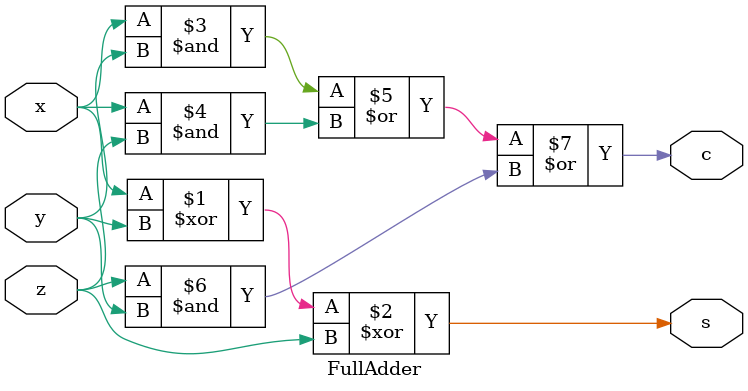
<source format=sv>
module TwoInputMux
(
	input logic a, b, select,
	output logic out
);

	assign out = (~select & a) | (select & b);
	
endmodule

module FourInputMux
(
	input logic a, b, c, d, 
	input logic [1:0] select,
	output logic out
);

	always_comb
	begin
		unique case (select)
			2'b00:	out = a;
			2'b01:	out = b;
			2'b10:	out = c;
			2'b11:	out = d;
			default  out = a;
		endcase
	end
	
endmodule

module FullAdder
(
	input logic x, y, z, 
	output logic s, c
);
		assign s = x^y^z;
		assign c = (x&y)|(x&z)|(z&y);

endmodule


</source>
